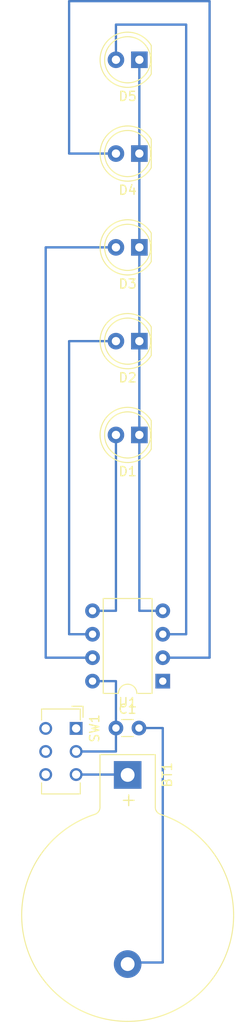
<source format=kicad_pcb>
(kicad_pcb (version 20171130) (host pcbnew 5.1.10-88a1d61d58~90~ubuntu21.04.1)

  (general
    (thickness 1.6)
    (drawings 0)
    (tracks 33)
    (zones 0)
    (modules 9)
    (nets 11)
  )

  (page A4)
  (layers
    (0 F.Cu signal)
    (31 B.Cu signal)
    (32 B.Adhes user)
    (33 F.Adhes user)
    (34 B.Paste user)
    (35 F.Paste user)
    (36 B.SilkS user)
    (37 F.SilkS user)
    (38 B.Mask user)
    (39 F.Mask user)
    (40 Dwgs.User user)
    (41 Cmts.User user)
    (42 Eco1.User user)
    (43 Eco2.User user)
    (44 Edge.Cuts user)
    (45 Margin user)
    (46 B.CrtYd user)
    (47 F.CrtYd user)
    (48 B.Fab user)
    (49 F.Fab user)
  )

  (setup
    (last_trace_width 0.25)
    (trace_clearance 0.2)
    (zone_clearance 0.508)
    (zone_45_only no)
    (trace_min 0.2)
    (via_size 0.8)
    (via_drill 0.4)
    (via_min_size 0.4)
    (via_min_drill 0.3)
    (uvia_size 0.3)
    (uvia_drill 0.1)
    (uvias_allowed no)
    (uvia_min_size 0.2)
    (uvia_min_drill 0.1)
    (edge_width 0.05)
    (segment_width 0.2)
    (pcb_text_width 0.3)
    (pcb_text_size 1.5 1.5)
    (mod_edge_width 0.12)
    (mod_text_size 1 1)
    (mod_text_width 0.15)
    (pad_size 1.524 1.524)
    (pad_drill 0.762)
    (pad_to_mask_clearance 0)
    (aux_axis_origin 0 0)
    (visible_elements FFFFFF7F)
    (pcbplotparams
      (layerselection 0x010fc_ffffffff)
      (usegerberextensions false)
      (usegerberattributes true)
      (usegerberadvancedattributes true)
      (creategerberjobfile true)
      (excludeedgelayer true)
      (linewidth 0.100000)
      (plotframeref false)
      (viasonmask false)
      (mode 1)
      (useauxorigin false)
      (hpglpennumber 1)
      (hpglpenspeed 20)
      (hpglpendiameter 15.000000)
      (psnegative false)
      (psa4output false)
      (plotreference true)
      (plotvalue true)
      (plotinvisibletext false)
      (padsonsilk false)
      (subtractmaskfromsilk false)
      (outputformat 1)
      (mirror false)
      (drillshape 1)
      (scaleselection 1)
      (outputdirectory ""))
  )

  (net 0 "")
  (net 1 "Net-(BT1-Pad2)")
  (net 2 "Net-(BT1-Pad1)")
  (net 3 "Net-(C1-Pad1)")
  (net 4 "Net-(D1-Pad2)")
  (net 5 "Net-(D2-Pad2)")
  (net 6 "Net-(D3-Pad2)")
  (net 7 "Net-(D4-Pad2)")
  (net 8 "Net-(D5-Pad2)")
  (net 9 "Net-(SW1-Pad1)")
  (net 10 "Net-(U1-Pad1)")

  (net_class Default "This is the default net class."
    (clearance 0.2)
    (trace_width 0.25)
    (via_dia 0.8)
    (via_drill 0.4)
    (uvia_dia 0.3)
    (uvia_drill 0.1)
    (add_net "Net-(BT1-Pad1)")
    (add_net "Net-(BT1-Pad2)")
    (add_net "Net-(C1-Pad1)")
    (add_net "Net-(D1-Pad2)")
    (add_net "Net-(D2-Pad2)")
    (add_net "Net-(D3-Pad2)")
    (add_net "Net-(D4-Pad2)")
    (add_net "Net-(D5-Pad2)")
    (add_net "Net-(SW1-Pad1)")
    (add_net "Net-(U1-Pad1)")
  )

  (module LED_THT:LED_D5.0mm (layer F.Cu) (tedit 5995936A) (tstamp 615234B2)
    (at 157.48 72.39 180)
    (descr "LED, diameter 5.0mm, 2 pins, http://cdn-reichelt.de/documents/datenblatt/A500/LL-504BC2E-009.pdf")
    (tags "LED diameter 5.0mm 2 pins")
    (path /6151CCE4)
    (fp_text reference D3 (at 1.27 -3.96) (layer F.SilkS)
      (effects (font (size 1 1) (thickness 0.15)))
    )
    (fp_text value LED (at 1.27 3.96) (layer F.Fab)
      (effects (font (size 1 1) (thickness 0.15)))
    )
    (fp_line (start 4.5 -3.25) (end -1.95 -3.25) (layer F.CrtYd) (width 0.05))
    (fp_line (start 4.5 3.25) (end 4.5 -3.25) (layer F.CrtYd) (width 0.05))
    (fp_line (start -1.95 3.25) (end 4.5 3.25) (layer F.CrtYd) (width 0.05))
    (fp_line (start -1.95 -3.25) (end -1.95 3.25) (layer F.CrtYd) (width 0.05))
    (fp_line (start -1.29 -1.545) (end -1.29 1.545) (layer F.SilkS) (width 0.12))
    (fp_line (start -1.23 -1.469694) (end -1.23 1.469694) (layer F.Fab) (width 0.1))
    (fp_circle (center 1.27 0) (end 3.77 0) (layer F.SilkS) (width 0.12))
    (fp_circle (center 1.27 0) (end 3.77 0) (layer F.Fab) (width 0.1))
    (fp_arc (start 1.27 0) (end -1.23 -1.469694) (angle 299.1) (layer F.Fab) (width 0.1))
    (fp_arc (start 1.27 0) (end -1.29 -1.54483) (angle 148.9) (layer F.SilkS) (width 0.12))
    (fp_arc (start 1.27 0) (end -1.29 1.54483) (angle -148.9) (layer F.SilkS) (width 0.12))
    (fp_text user %R (at 1.25 0) (layer F.Fab)
      (effects (font (size 0.8 0.8) (thickness 0.2)))
    )
    (pad 1 thru_hole rect (at 0 0 180) (size 1.8 1.8) (drill 0.9) (layers *.Cu *.Mask)
      (net 1 "Net-(BT1-Pad2)"))
    (pad 2 thru_hole circle (at 2.54 0 180) (size 1.8 1.8) (drill 0.9) (layers *.Cu *.Mask)
      (net 6 "Net-(D3-Pad2)"))
    (model ${KISYS3DMOD}/LED_THT.3dshapes/LED_D5.0mm.wrl
      (at (xyz 0 0 0))
      (scale (xyz 1 1 1))
      (rotate (xyz 0 0 0))
    )
  )

  (module Battery:BatteryHolder_Keystone_103_1x20mm (layer F.Cu) (tedit 5787C32C) (tstamp 6152346B)
    (at 156.21 129.54 270)
    (descr http://www.keyelco.com/product-pdf.cfm?p=719)
    (tags "Keystone type 103 battery holder")
    (path /61526F5A)
    (fp_text reference BT1 (at 0 -4.3 90) (layer F.SilkS)
      (effects (font (size 1 1) (thickness 0.15)))
    )
    (fp_text value Battery_Cell (at 15 13 90) (layer F.Fab)
      (effects (font (size 1 1) (thickness 0.15)))
    )
    (fp_line (start 0 -1.3) (end 0 1.3) (layer F.Fab) (width 0.1))
    (fp_line (start 16.2 -1.3) (end 0 -1.3) (layer F.Fab) (width 0.1))
    (fp_line (start 0 1.3) (end 16.2 1.3) (layer F.Fab) (width 0.1))
    (fp_line (start -2.1 -2.5) (end -2.1 2.5) (layer F.Fab) (width 0.1))
    (fp_line (start -1.7 2.9) (end 3.5306 2.9) (layer F.Fab) (width 0.1))
    (fp_line (start 3.5306 -2.9) (end -1.7 -2.9) (layer F.Fab) (width 0.1))
    (fp_line (start 23.5712 -7.7216) (end 22.6314 -6.858) (layer F.Fab) (width 0.1))
    (fp_line (start 23.5712 7.7216) (end 22.6568 6.8834) (layer F.Fab) (width 0.1))
    (fp_line (start -2.2 3) (end 3.5 3) (layer F.SilkS) (width 0.12))
    (fp_line (start -2.2 3) (end -2.2 -3) (layer F.SilkS) (width 0.12))
    (fp_line (start -2.2 -3) (end 3.5 -3) (layer F.SilkS) (width 0.12))
    (fp_line (start -2.45 3.25) (end -2.45 -3.25) (layer F.CrtYd) (width 0.05))
    (fp_line (start -2.45 3.25) (end 3.5 3.25) (layer F.CrtYd) (width 0.05))
    (fp_line (start -2.45 -3.25) (end 3.5 -3.25) (layer F.CrtYd) (width 0.05))
    (fp_text user + (at 2.75 0 90) (layer F.SilkS)
      (effects (font (size 1.5 1.5) (thickness 0.15)))
    )
    (fp_text user %R (at 0 0 90) (layer F.Fab)
      (effects (font (size 1 1) (thickness 0.15)))
    )
    (fp_arc (start 15.2 0) (end 4.01 3.6) (angle -162.5) (layer F.CrtYd) (width 0.05))
    (fp_arc (start 15.2 0) (end 4.01 -3.6) (angle 162.5) (layer F.CrtYd) (width 0.05))
    (fp_arc (start 3.5 3.8) (end 3.5 3.25) (angle 70) (layer F.CrtYd) (width 0.05))
    (fp_arc (start 3.5 -3.8) (end 3.5 -3.25) (angle -70) (layer F.CrtYd) (width 0.05))
    (fp_arc (start 15.2 0) (end 4.25 3.5) (angle -162.5) (layer F.SilkS) (width 0.12))
    (fp_arc (start 3.5 3.8) (end 3.5 3) (angle 70) (layer F.SilkS) (width 0.12))
    (fp_arc (start 15.2 0) (end 4.25 -3.5) (angle 162.5) (layer F.SilkS) (width 0.12))
    (fp_arc (start 3.5 -3.8) (end 3.5 -3) (angle -70) (layer F.SilkS) (width 0.12))
    (fp_arc (start 3.5 3.8) (end 3.5 2.9) (angle 70) (layer F.Fab) (width 0.1))
    (fp_arc (start 15.2 0) (end 4.35 3.5) (angle -162.5) (layer F.Fab) (width 0.1))
    (fp_arc (start 15.2 0) (end 4.35 -3.5) (angle 162.5) (layer F.Fab) (width 0.1))
    (fp_arc (start 15.2 0) (end 5.2 1.3) (angle -180) (layer F.Fab) (width 0.1))
    (fp_arc (start 15.2 0) (end 9 1.3) (angle -170) (layer F.Fab) (width 0.1))
    (fp_arc (start 15.2 0) (end 13.3 1.3) (angle -150) (layer F.Fab) (width 0.1))
    (fp_arc (start 15.2 0) (end 13.3 -1.3) (angle 150) (layer F.Fab) (width 0.1))
    (fp_arc (start 15.2 0) (end 9 -1.3) (angle 170) (layer F.Fab) (width 0.1))
    (fp_arc (start 15.2 0) (end 5.2 -1.3) (angle 180) (layer F.Fab) (width 0.1))
    (fp_arc (start 3.5 -3.8) (end 3.5 -2.9) (angle -70) (layer F.Fab) (width 0.1))
    (fp_arc (start 16.2 0) (end 16.2 -1.3) (angle 180) (layer F.Fab) (width 0.1))
    (fp_arc (start -1.7 2.5) (end -2.1 2.5) (angle -90) (layer F.Fab) (width 0.1))
    (fp_arc (start -1.7 -2.5) (end -2.1 -2.5) (angle 90) (layer F.Fab) (width 0.1))
    (pad 2 thru_hole circle (at 20.49 0 270) (size 3 3) (drill 1.5) (layers *.Cu *.Mask)
      (net 1 "Net-(BT1-Pad2)"))
    (pad 1 thru_hole rect (at 0 0 270) (size 3 3) (drill 1.5) (layers *.Cu *.Mask)
      (net 2 "Net-(BT1-Pad1)"))
    (model ${KISYS3DMOD}/Battery.3dshapes/BatteryHolder_Keystone_103_1x20mm.wrl
      (at (xyz 0 0 0))
      (scale (xyz 1 1 1))
      (rotate (xyz 0 0 0))
    )
  )

  (module Capacitor_THT:C_Disc_D3.0mm_W1.6mm_P2.50mm (layer F.Cu) (tedit 5AE50EF0) (tstamp 6152390D)
    (at 154.94 124.46)
    (descr "C, Disc series, Radial, pin pitch=2.50mm, , diameter*width=3.0*1.6mm^2, Capacitor, http://www.vishay.com/docs/45233/krseries.pdf")
    (tags "C Disc series Radial pin pitch 2.50mm  diameter 3.0mm width 1.6mm Capacitor")
    (path /6152772B)
    (fp_text reference C1 (at 1.25 -2.05) (layer F.SilkS)
      (effects (font (size 1 1) (thickness 0.15)))
    )
    (fp_text value C (at 1.25 2.05) (layer F.Fab)
      (effects (font (size 1 1) (thickness 0.15)))
    )
    (fp_line (start 3.55 -1.05) (end -1.05 -1.05) (layer F.CrtYd) (width 0.05))
    (fp_line (start 3.55 1.05) (end 3.55 -1.05) (layer F.CrtYd) (width 0.05))
    (fp_line (start -1.05 1.05) (end 3.55 1.05) (layer F.CrtYd) (width 0.05))
    (fp_line (start -1.05 -1.05) (end -1.05 1.05) (layer F.CrtYd) (width 0.05))
    (fp_line (start 0.621 0.92) (end 1.879 0.92) (layer F.SilkS) (width 0.12))
    (fp_line (start 0.621 -0.92) (end 1.879 -0.92) (layer F.SilkS) (width 0.12))
    (fp_line (start 2.75 -0.8) (end -0.25 -0.8) (layer F.Fab) (width 0.1))
    (fp_line (start 2.75 0.8) (end 2.75 -0.8) (layer F.Fab) (width 0.1))
    (fp_line (start -0.25 0.8) (end 2.75 0.8) (layer F.Fab) (width 0.1))
    (fp_line (start -0.25 -0.8) (end -0.25 0.8) (layer F.Fab) (width 0.1))
    (fp_text user %R (at 1.25 0) (layer F.Fab)
      (effects (font (size 0.6 0.6) (thickness 0.09)))
    )
    (pad 1 thru_hole circle (at 0 0) (size 1.6 1.6) (drill 0.8) (layers *.Cu *.Mask)
      (net 3 "Net-(C1-Pad1)"))
    (pad 2 thru_hole circle (at 2.5 0) (size 1.6 1.6) (drill 0.8) (layers *.Cu *.Mask)
      (net 1 "Net-(BT1-Pad2)"))
    (model ${KISYS3DMOD}/Capacitor_THT.3dshapes/C_Disc_D3.0mm_W1.6mm_P2.50mm.wrl
      (at (xyz 0 0 0))
      (scale (xyz 1 1 1))
      (rotate (xyz 0 0 0))
    )
  )

  (module LED_THT:LED_D5.0mm (layer F.Cu) (tedit 5995936A) (tstamp 6152348E)
    (at 157.48 92.71 180)
    (descr "LED, diameter 5.0mm, 2 pins, http://cdn-reichelt.de/documents/datenblatt/A500/LL-504BC2E-009.pdf")
    (tags "LED diameter 5.0mm 2 pins")
    (path /6151B60E)
    (fp_text reference D1 (at 1.27 -3.96) (layer F.SilkS)
      (effects (font (size 1 1) (thickness 0.15)))
    )
    (fp_text value LED (at 1.27 3.96) (layer F.Fab)
      (effects (font (size 1 1) (thickness 0.15)))
    )
    (fp_line (start 4.5 -3.25) (end -1.95 -3.25) (layer F.CrtYd) (width 0.05))
    (fp_line (start 4.5 3.25) (end 4.5 -3.25) (layer F.CrtYd) (width 0.05))
    (fp_line (start -1.95 3.25) (end 4.5 3.25) (layer F.CrtYd) (width 0.05))
    (fp_line (start -1.95 -3.25) (end -1.95 3.25) (layer F.CrtYd) (width 0.05))
    (fp_line (start -1.29 -1.545) (end -1.29 1.545) (layer F.SilkS) (width 0.12))
    (fp_line (start -1.23 -1.469694) (end -1.23 1.469694) (layer F.Fab) (width 0.1))
    (fp_circle (center 1.27 0) (end 3.77 0) (layer F.SilkS) (width 0.12))
    (fp_circle (center 1.27 0) (end 3.77 0) (layer F.Fab) (width 0.1))
    (fp_arc (start 1.27 0) (end -1.23 -1.469694) (angle 299.1) (layer F.Fab) (width 0.1))
    (fp_arc (start 1.27 0) (end -1.29 -1.54483) (angle 148.9) (layer F.SilkS) (width 0.12))
    (fp_arc (start 1.27 0) (end -1.29 1.54483) (angle -148.9) (layer F.SilkS) (width 0.12))
    (fp_text user %R (at 1.25 0) (layer F.Fab)
      (effects (font (size 0.8 0.8) (thickness 0.2)))
    )
    (pad 1 thru_hole rect (at 0 0 180) (size 1.8 1.8) (drill 0.9) (layers *.Cu *.Mask)
      (net 1 "Net-(BT1-Pad2)"))
    (pad 2 thru_hole circle (at 2.54 0 180) (size 1.8 1.8) (drill 0.9) (layers *.Cu *.Mask)
      (net 4 "Net-(D1-Pad2)"))
    (model ${KISYS3DMOD}/LED_THT.3dshapes/LED_D5.0mm.wrl
      (at (xyz 0 0 0))
      (scale (xyz 1 1 1))
      (rotate (xyz 0 0 0))
    )
  )

  (module LED_THT:LED_D5.0mm (layer F.Cu) (tedit 5995936A) (tstamp 615234A0)
    (at 157.48 82.55 180)
    (descr "LED, diameter 5.0mm, 2 pins, http://cdn-reichelt.de/documents/datenblatt/A500/LL-504BC2E-009.pdf")
    (tags "LED diameter 5.0mm 2 pins")
    (path /6151C9C4)
    (fp_text reference D2 (at 1.27 -3.96) (layer F.SilkS)
      (effects (font (size 1 1) (thickness 0.15)))
    )
    (fp_text value LED (at 1.27 3.96) (layer F.Fab)
      (effects (font (size 1 1) (thickness 0.15)))
    )
    (fp_text user %R (at 1.25 0) (layer F.Fab)
      (effects (font (size 0.8 0.8) (thickness 0.2)))
    )
    (fp_arc (start 1.27 0) (end -1.29 1.54483) (angle -148.9) (layer F.SilkS) (width 0.12))
    (fp_arc (start 1.27 0) (end -1.29 -1.54483) (angle 148.9) (layer F.SilkS) (width 0.12))
    (fp_arc (start 1.27 0) (end -1.23 -1.469694) (angle 299.1) (layer F.Fab) (width 0.1))
    (fp_circle (center 1.27 0) (end 3.77 0) (layer F.Fab) (width 0.1))
    (fp_circle (center 1.27 0) (end 3.77 0) (layer F.SilkS) (width 0.12))
    (fp_line (start -1.23 -1.469694) (end -1.23 1.469694) (layer F.Fab) (width 0.1))
    (fp_line (start -1.29 -1.545) (end -1.29 1.545) (layer F.SilkS) (width 0.12))
    (fp_line (start -1.95 -3.25) (end -1.95 3.25) (layer F.CrtYd) (width 0.05))
    (fp_line (start -1.95 3.25) (end 4.5 3.25) (layer F.CrtYd) (width 0.05))
    (fp_line (start 4.5 3.25) (end 4.5 -3.25) (layer F.CrtYd) (width 0.05))
    (fp_line (start 4.5 -3.25) (end -1.95 -3.25) (layer F.CrtYd) (width 0.05))
    (pad 2 thru_hole circle (at 2.54 0 180) (size 1.8 1.8) (drill 0.9) (layers *.Cu *.Mask)
      (net 5 "Net-(D2-Pad2)"))
    (pad 1 thru_hole rect (at 0 0 180) (size 1.8 1.8) (drill 0.9) (layers *.Cu *.Mask)
      (net 1 "Net-(BT1-Pad2)"))
    (model ${KISYS3DMOD}/LED_THT.3dshapes/LED_D5.0mm.wrl
      (at (xyz 0 0 0))
      (scale (xyz 1 1 1))
      (rotate (xyz 0 0 0))
    )
  )

  (module LED_THT:LED_D5.0mm (layer F.Cu) (tedit 5995936A) (tstamp 615234C4)
    (at 157.48 62.23 180)
    (descr "LED, diameter 5.0mm, 2 pins, http://cdn-reichelt.de/documents/datenblatt/A500/LL-504BC2E-009.pdf")
    (tags "LED diameter 5.0mm 2 pins")
    (path /6151D7C5)
    (fp_text reference D4 (at 1.27 -3.96) (layer F.SilkS)
      (effects (font (size 1 1) (thickness 0.15)))
    )
    (fp_text value LED (at 1.27 3.96) (layer F.Fab)
      (effects (font (size 1 1) (thickness 0.15)))
    )
    (fp_text user %R (at 1.25 0) (layer F.Fab)
      (effects (font (size 0.8 0.8) (thickness 0.2)))
    )
    (fp_arc (start 1.27 0) (end -1.29 1.54483) (angle -148.9) (layer F.SilkS) (width 0.12))
    (fp_arc (start 1.27 0) (end -1.29 -1.54483) (angle 148.9) (layer F.SilkS) (width 0.12))
    (fp_arc (start 1.27 0) (end -1.23 -1.469694) (angle 299.1) (layer F.Fab) (width 0.1))
    (fp_circle (center 1.27 0) (end 3.77 0) (layer F.Fab) (width 0.1))
    (fp_circle (center 1.27 0) (end 3.77 0) (layer F.SilkS) (width 0.12))
    (fp_line (start -1.23 -1.469694) (end -1.23 1.469694) (layer F.Fab) (width 0.1))
    (fp_line (start -1.29 -1.545) (end -1.29 1.545) (layer F.SilkS) (width 0.12))
    (fp_line (start -1.95 -3.25) (end -1.95 3.25) (layer F.CrtYd) (width 0.05))
    (fp_line (start -1.95 3.25) (end 4.5 3.25) (layer F.CrtYd) (width 0.05))
    (fp_line (start 4.5 3.25) (end 4.5 -3.25) (layer F.CrtYd) (width 0.05))
    (fp_line (start 4.5 -3.25) (end -1.95 -3.25) (layer F.CrtYd) (width 0.05))
    (pad 2 thru_hole circle (at 2.54 0 180) (size 1.8 1.8) (drill 0.9) (layers *.Cu *.Mask)
      (net 7 "Net-(D4-Pad2)"))
    (pad 1 thru_hole rect (at 0 0 180) (size 1.8 1.8) (drill 0.9) (layers *.Cu *.Mask)
      (net 1 "Net-(BT1-Pad2)"))
    (model ${KISYS3DMOD}/LED_THT.3dshapes/LED_D5.0mm.wrl
      (at (xyz 0 0 0))
      (scale (xyz 1 1 1))
      (rotate (xyz 0 0 0))
    )
  )

  (module LED_THT:LED_D5.0mm (layer F.Cu) (tedit 5995936A) (tstamp 615240D2)
    (at 157.48 52.07 180)
    (descr "LED, diameter 5.0mm, 2 pins, http://cdn-reichelt.de/documents/datenblatt/A500/LL-504BC2E-009.pdf")
    (tags "LED diameter 5.0mm 2 pins")
    (path /6151DAA8)
    (fp_text reference D5 (at 1.27 -3.96) (layer F.SilkS)
      (effects (font (size 1 1) (thickness 0.15)))
    )
    (fp_text value LED (at 1.27 3.96) (layer F.Fab)
      (effects (font (size 1 1) (thickness 0.15)))
    )
    (fp_line (start 4.5 -3.25) (end -1.95 -3.25) (layer F.CrtYd) (width 0.05))
    (fp_line (start 4.5 3.25) (end 4.5 -3.25) (layer F.CrtYd) (width 0.05))
    (fp_line (start -1.95 3.25) (end 4.5 3.25) (layer F.CrtYd) (width 0.05))
    (fp_line (start -1.95 -3.25) (end -1.95 3.25) (layer F.CrtYd) (width 0.05))
    (fp_line (start -1.29 -1.545) (end -1.29 1.545) (layer F.SilkS) (width 0.12))
    (fp_line (start -1.23 -1.469694) (end -1.23 1.469694) (layer F.Fab) (width 0.1))
    (fp_circle (center 1.27 0) (end 3.77 0) (layer F.SilkS) (width 0.12))
    (fp_circle (center 1.27 0) (end 3.77 0) (layer F.Fab) (width 0.1))
    (fp_arc (start 1.27 0) (end -1.23 -1.469694) (angle 299.1) (layer F.Fab) (width 0.1))
    (fp_arc (start 1.27 0) (end -1.29 -1.54483) (angle 148.9) (layer F.SilkS) (width 0.12))
    (fp_arc (start 1.27 0) (end -1.29 1.54483) (angle -148.9) (layer F.SilkS) (width 0.12))
    (fp_text user %R (at 1.25 0 90) (layer F.Fab)
      (effects (font (size 0.8 0.8) (thickness 0.2)))
    )
    (pad 1 thru_hole rect (at 0 0 180) (size 1.8 1.8) (drill 0.9) (layers *.Cu *.Mask)
      (net 1 "Net-(BT1-Pad2)"))
    (pad 2 thru_hole circle (at 2.54 0 180) (size 1.8 1.8) (drill 0.9) (layers *.Cu *.Mask)
      (net 8 "Net-(D5-Pad2)"))
    (model ${KISYS3DMOD}/LED_THT.3dshapes/LED_D5.0mm.wrl
      (at (xyz 0 0 0))
      (scale (xyz 1 1 1))
      (rotate (xyz 0 0 0))
    )
  )

  (module Button_Switch_THT:SW_CuK_JS202011AQN_DPDT_Angled (layer F.Cu) (tedit 5A02FE31) (tstamp 61523F3B)
    (at 150.62 124.5 270)
    (descr "CuK sub miniature slide switch, JS series, DPDT, right angle, http://www.ckswitches.com/media/1422/js.pdf")
    (tags "switch DPDT")
    (path /6154A9DE)
    (fp_text reference SW1 (at 0 -2 90) (layer F.SilkS)
      (effects (font (size 1 1) (thickness 0.15)))
    )
    (fp_text value SW_DPDT_x2 (at 2.25 6.75 90) (layer F.Fab)
      (effects (font (size 1 1) (thickness 0.15)))
    )
    (fp_line (start 0.5 4.25) (end 0.5 6) (layer F.CrtYd) (width 0.05))
    (fp_line (start -1 -0.35) (end 7 -0.35) (layer F.Fab) (width 0.1))
    (fp_line (start 7 -0.35) (end 7 3.65) (layer F.Fab) (width 0.1))
    (fp_line (start 7 3.65) (end -2 3.65) (layer F.Fab) (width 0.1))
    (fp_line (start -2 3.65) (end -2 0.65) (layer F.Fab) (width 0.1))
    (fp_line (start -0.9 -0.45) (end -2.1 -0.45) (layer F.SilkS) (width 0.12))
    (fp_line (start -2.1 -0.45) (end -2.1 3.75) (layer F.SilkS) (width 0.12))
    (fp_line (start -2.1 3.75) (end -0.9 3.75) (layer F.SilkS) (width 0.12))
    (fp_line (start 5.9 -0.45) (end 7.1 -0.45) (layer F.SilkS) (width 0.12))
    (fp_line (start 7.1 -0.45) (end 7.1 3.75) (layer F.SilkS) (width 0.12))
    (fp_line (start 7.1 3.75) (end 5.9 3.75) (layer F.SilkS) (width 0.12))
    (fp_line (start -1.2 -0.75) (end -2.4 -0.75) (layer F.SilkS) (width 0.12))
    (fp_line (start -2.4 -0.75) (end -2.4 0.45) (layer F.SilkS) (width 0.12))
    (fp_line (start 0.75 3.65) (end 0.75 5.65) (layer F.Fab) (width 0.1))
    (fp_line (start 0.75 5.65) (end 2.25 5.65) (layer F.Fab) (width 0.1))
    (fp_line (start 2.25 5.65) (end 2.25 3.65) (layer F.Fab) (width 0.1))
    (fp_line (start 4.5 6) (end 4.5 4.25) (layer F.CrtYd) (width 0.05))
    (fp_line (start 4.5 6) (end 0.5 6) (layer F.CrtYd) (width 0.05))
    (fp_line (start 0.5 4.25) (end -2.25 4.25) (layer F.CrtYd) (width 0.05))
    (fp_line (start -2.25 4.25) (end -2.25 -0.95) (layer F.CrtYd) (width 0.05))
    (fp_line (start -2.25 -0.95) (end 7.25 -0.95) (layer F.CrtYd) (width 0.05))
    (fp_line (start 7.25 -0.95) (end 7.25 4.25) (layer F.CrtYd) (width 0.05))
    (fp_line (start 7.25 4.25) (end 4.5 4.25) (layer F.CrtYd) (width 0.05))
    (fp_line (start -1 -0.35) (end -2 0.65) (layer F.Fab) (width 0.1))
    (fp_text user %R (at 2.5 1.75 90) (layer F.Fab)
      (effects (font (size 1 1) (thickness 0.15)))
    )
    (pad 1 thru_hole rect (at 0 0 270) (size 1.4 1.4) (drill 0.9) (layers *.Cu *.Mask)
      (net 9 "Net-(SW1-Pad1)"))
    (pad 2 thru_hole circle (at 2.5 0 270) (size 1.4 1.4) (drill 0.9) (layers *.Cu *.Mask)
      (net 3 "Net-(C1-Pad1)"))
    (pad 3 thru_hole circle (at 5 0 270) (size 1.4 1.4) (drill 0.9) (layers *.Cu *.Mask)
      (net 2 "Net-(BT1-Pad1)"))
    (pad 4 thru_hole circle (at 0 3.3 270) (size 1.4 1.4) (drill 0.9) (layers *.Cu *.Mask))
    (pad 5 thru_hole circle (at 2.5 3.3 270) (size 1.4 1.4) (drill 0.9) (layers *.Cu *.Mask))
    (pad 6 thru_hole circle (at 5 3.3 270) (size 1.4 1.4) (drill 0.9) (layers *.Cu *.Mask))
    (model ${KISYS3DMOD}/Button_Switch_THT.3dshapes/SW_CuK_JS202011AQN_DPDT_Angled.wrl
      (at (xyz 0 0 0))
      (scale (xyz 1 1 1))
      (rotate (xyz 0 0 0))
    )
  )

  (module Package_DIP:DIP-8_W7.62mm (layer F.Cu) (tedit 5A02E8C5) (tstamp 61523E2A)
    (at 160.02 119.38 180)
    (descr "8-lead though-hole mounted DIP package, row spacing 7.62 mm (300 mils)")
    (tags "THT DIP DIL PDIP 2.54mm 7.62mm 300mil")
    (path /6151AF9F)
    (fp_text reference U1 (at 3.81 -2.33) (layer F.SilkS)
      (effects (font (size 1 1) (thickness 0.15)))
    )
    (fp_text value ATtiny85-20PU (at 3.81 9.95) (layer F.Fab)
      (effects (font (size 1 1) (thickness 0.15)))
    )
    (fp_line (start 8.7 -1.55) (end -1.1 -1.55) (layer F.CrtYd) (width 0.05))
    (fp_line (start 8.7 9.15) (end 8.7 -1.55) (layer F.CrtYd) (width 0.05))
    (fp_line (start -1.1 9.15) (end 8.7 9.15) (layer F.CrtYd) (width 0.05))
    (fp_line (start -1.1 -1.55) (end -1.1 9.15) (layer F.CrtYd) (width 0.05))
    (fp_line (start 6.46 -1.33) (end 4.81 -1.33) (layer F.SilkS) (width 0.12))
    (fp_line (start 6.46 8.95) (end 6.46 -1.33) (layer F.SilkS) (width 0.12))
    (fp_line (start 1.16 8.95) (end 6.46 8.95) (layer F.SilkS) (width 0.12))
    (fp_line (start 1.16 -1.33) (end 1.16 8.95) (layer F.SilkS) (width 0.12))
    (fp_line (start 2.81 -1.33) (end 1.16 -1.33) (layer F.SilkS) (width 0.12))
    (fp_line (start 0.635 -0.27) (end 1.635 -1.27) (layer F.Fab) (width 0.1))
    (fp_line (start 0.635 8.89) (end 0.635 -0.27) (layer F.Fab) (width 0.1))
    (fp_line (start 6.985 8.89) (end 0.635 8.89) (layer F.Fab) (width 0.1))
    (fp_line (start 6.985 -1.27) (end 6.985 8.89) (layer F.Fab) (width 0.1))
    (fp_line (start 1.635 -1.27) (end 6.985 -1.27) (layer F.Fab) (width 0.1))
    (fp_arc (start 3.81 -1.33) (end 2.81 -1.33) (angle -180) (layer F.SilkS) (width 0.12))
    (fp_text user %R (at 3.81 3.81) (layer F.Fab)
      (effects (font (size 1 1) (thickness 0.15)))
    )
    (pad 1 thru_hole rect (at 0 0 180) (size 1.6 1.6) (drill 0.8) (layers *.Cu *.Mask)
      (net 10 "Net-(U1-Pad1)"))
    (pad 5 thru_hole oval (at 7.62 7.62 180) (size 1.6 1.6) (drill 0.8) (layers *.Cu *.Mask)
      (net 4 "Net-(D1-Pad2)"))
    (pad 2 thru_hole oval (at 0 2.54 180) (size 1.6 1.6) (drill 0.8) (layers *.Cu *.Mask)
      (net 7 "Net-(D4-Pad2)"))
    (pad 6 thru_hole oval (at 7.62 5.08 180) (size 1.6 1.6) (drill 0.8) (layers *.Cu *.Mask)
      (net 5 "Net-(D2-Pad2)"))
    (pad 3 thru_hole oval (at 0 5.08 180) (size 1.6 1.6) (drill 0.8) (layers *.Cu *.Mask)
      (net 8 "Net-(D5-Pad2)"))
    (pad 7 thru_hole oval (at 7.62 2.54 180) (size 1.6 1.6) (drill 0.8) (layers *.Cu *.Mask)
      (net 6 "Net-(D3-Pad2)"))
    (pad 4 thru_hole oval (at 0 7.62 180) (size 1.6 1.6) (drill 0.8) (layers *.Cu *.Mask)
      (net 1 "Net-(BT1-Pad2)"))
    (pad 8 thru_hole oval (at 7.62 0 180) (size 1.6 1.6) (drill 0.8) (layers *.Cu *.Mask)
      (net 3 "Net-(C1-Pad1)"))
    (model ${KISYS3DMOD}/Package_DIP.3dshapes/DIP-8_W7.62mm.wrl
      (at (xyz 0 0 0))
      (scale (xyz 1 1 1))
      (rotate (xyz 0 0 0))
    )
  )

  (segment (start 157.44 124.46) (end 160.02 124.46) (width 0.25) (layer B.Cu) (net 1))
  (segment (start 160.02 124.46) (end 160.02 149.86) (width 0.25) (layer B.Cu) (net 1))
  (segment (start 156.38 149.86) (end 156.21 150.03) (width 0.25) (layer B.Cu) (net 1))
  (segment (start 160.02 149.86) (end 156.38 149.86) (width 0.25) (layer B.Cu) (net 1))
  (segment (start 157.48 52.07) (end 157.48 62.23) (width 0.25) (layer B.Cu) (net 1))
  (segment (start 157.48 62.23) (end 157.48 72.39) (width 0.25) (layer B.Cu) (net 1))
  (segment (start 157.48 72.39) (end 157.48 82.55) (width 0.25) (layer B.Cu) (net 1))
  (segment (start 157.48 82.55) (end 157.48 92.71) (width 0.25) (layer B.Cu) (net 1))
  (segment (start 157.48 92.71) (end 157.48 111.76) (width 0.25) (layer B.Cu) (net 1))
  (segment (start 157.48 111.76) (end 160.02 111.76) (width 0.25) (layer B.Cu) (net 1))
  (segment (start 156.17 129.5) (end 156.21 129.54) (width 0.25) (layer B.Cu) (net 2))
  (segment (start 150.62 129.5) (end 156.17 129.5) (width 0.25) (layer B.Cu) (net 2))
  (segment (start 150.62 127) (end 154.94 127) (width 0.25) (layer B.Cu) (net 3))
  (segment (start 154.94 127) (end 154.94 124.46) (width 0.25) (layer B.Cu) (net 3))
  (segment (start 152.4 119.38) (end 154.94 119.38) (width 0.25) (layer B.Cu) (net 3))
  (segment (start 154.94 119.38) (end 154.94 124.46) (width 0.25) (layer B.Cu) (net 3))
  (segment (start 154.94 92.71) (end 154.94 111.76) (width 0.25) (layer B.Cu) (net 4))
  (segment (start 154.94 111.76) (end 152.4 111.76) (width 0.25) (layer B.Cu) (net 4))
  (segment (start 152.4 114.3) (end 149.86 114.3) (width 0.25) (layer B.Cu) (net 5))
  (segment (start 149.86 114.3) (end 149.86 82.55) (width 0.25) (layer B.Cu) (net 5))
  (segment (start 149.86 82.55) (end 154.94 82.55) (width 0.25) (layer B.Cu) (net 5))
  (segment (start 152.4 116.84) (end 147.32 116.84) (width 0.25) (layer B.Cu) (net 6))
  (segment (start 147.32 116.84) (end 147.32 72.39) (width 0.25) (layer B.Cu) (net 6))
  (segment (start 147.32 72.39) (end 154.94 72.39) (width 0.25) (layer B.Cu) (net 6))
  (segment (start 160.02 116.84) (end 165.1 116.84) (width 0.25) (layer B.Cu) (net 7))
  (segment (start 165.1 116.84) (end 165.1 45.72) (width 0.25) (layer B.Cu) (net 7))
  (segment (start 165.1 45.72) (end 149.86 45.72) (width 0.25) (layer B.Cu) (net 7))
  (segment (start 149.86 45.72) (end 149.86 62.23) (width 0.25) (layer B.Cu) (net 7))
  (segment (start 149.86 62.23) (end 154.94 62.23) (width 0.25) (layer B.Cu) (net 7))
  (segment (start 160.02 114.3) (end 162.56 114.3) (width 0.25) (layer B.Cu) (net 8))
  (segment (start 162.56 114.3) (end 162.56 48.26) (width 0.25) (layer B.Cu) (net 8))
  (segment (start 162.56 48.26) (end 154.94 48.26) (width 0.25) (layer B.Cu) (net 8))
  (segment (start 154.94 48.26) (end 154.94 52.07) (width 0.25) (layer B.Cu) (net 8))

)

</source>
